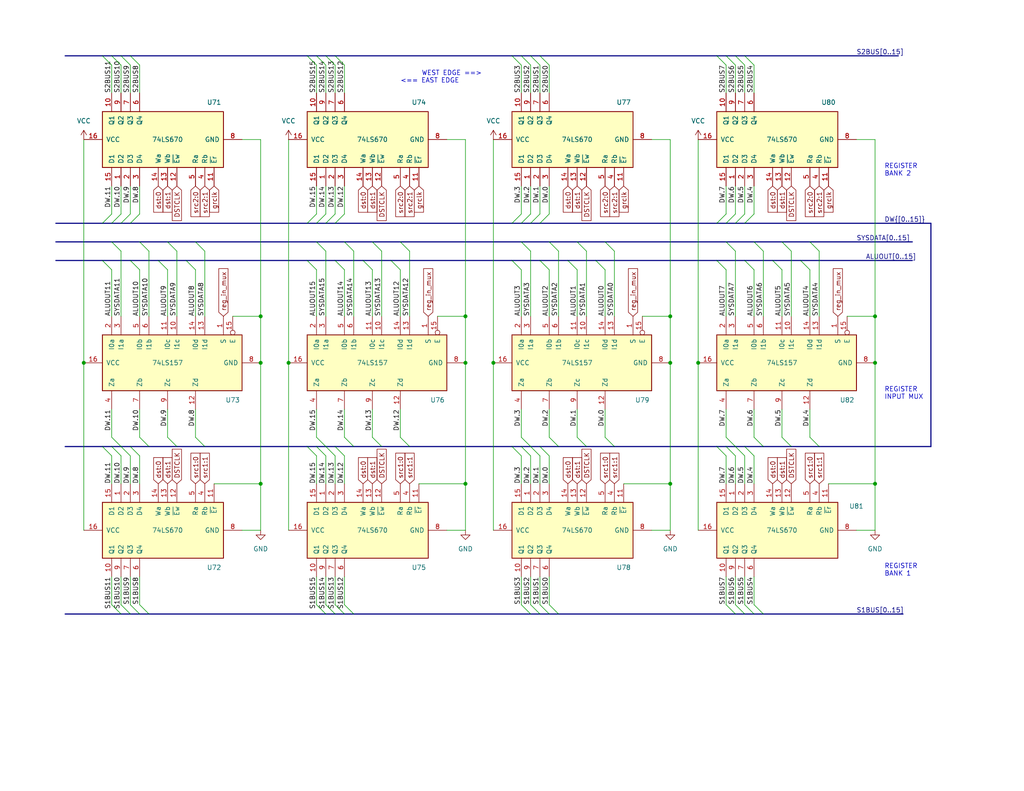
<source format=kicad_sch>
(kicad_sch (version 20211123) (generator eeschema)
  (paper "USLetter")
  (title_block (title "YARC General Registers") (comment 1 "All ICs are HC family regardless of P/N shown"))
  (lib_symbols
    (symbol "74xx:74LS157" (pin_names (offset 1.016))
      (property "Reference" "U" (at -7.62 19.05 0))
      (property "Value" "74LS157" (at -7.62 -21.59 0))
      (symbol "74LS157_1_0"
        (pin input line (at -12.7 -15.24 0) (length 5.08) (name "S") (number "1"))
        (pin input line (at -12.7 -2.54 0) (length 5.08) (name "I1c") (number "10"))
        (pin input line (at -12.7 0 0) (length 5.08) (name "I0c") (number "11"))
        (pin output line (at 12.7 -7.62 180) (length 5.08) (name "Zd") (number "12"))
        (pin input line (at -12.7 -10.16 0) (length 5.08) (name "I1d") (number "13"))
        (pin input line (at -12.7 -7.62 0) (length 5.08) (name "I0d") (number "14"))
        (pin input inverted (at -12.7 -17.78 0) (length 5.08) (name "E") (number "15"))
        (pin power_in line (at 0 22.86 270) (length 5.08) (name "VCC") (number "16"))
        (pin input line (at -12.7 15.24 0) (length 5.08) (name "I0a") (number "2"))
        (pin input line (at -12.7 12.7 0) (length 5.08) (name "I1a") (number "3"))
        (pin output line (at 12.7 15.24 180) (length 5.08) (name "Za") (number "4"))
        (pin input line (at -12.7 7.62 0) (length 5.08) (name "I0b") (number "5"))
        (pin input line (at -12.7 5.08 0) (length 5.08) (name "I1b") (number "6"))
        (pin output line (at 12.7 7.62 180) (length 5.08) (name "Zb") (number "7"))
        (pin power_in line (at 0 -25.4 90) (length 5.08) (name "GND") (number "8"))
        (pin output line (at 12.7 0 180) (length 5.08) (name "Zc") (number "9"))
      )
      (symbol "74LS157_1_1"
        (rectangle (start -7.62 17.78) (end 7.62 -20.32) (stroke (width 0.254)) (fill (type background)))
      )
    )
    (symbol "74xx:74LS670" (pin_names (offset 1.016))
      (property "Reference" "U" (at -7.62 16.51 0))
      (property "Value" "74LS670" (at -7.62 -19.05 0))
      (symbol "74LS670_1_0"
        (pin input line (at -12.7 10.16 0) (length 5.08) (name "D2") (number "1"))
        (pin tri_state line (at 12.7 12.7 180) (length 5.08) (name "Q1") (number "10"))
        (pin input line (at -12.7 -15.24 0) (length 5.08) (name "~{Er}") (number "11"))
        (pin input line (at -12.7 -5.08 0) (length 5.08) (name "~{Ew}") (number "12"))
        (pin input line (at -12.7 -2.54 0) (length 5.08) (name "Wb") (number "13"))
        (pin input line (at -12.7 0 0) (length 5.08) (name "Wa") (number "14"))
        (pin input line (at -12.7 12.7 0) (length 5.08) (name "D1") (number "15"))
        (pin power_in line (at 0 20.32 270) (length 5.08) (name "VCC") (number "16"))
        (pin input line (at -12.7 7.62 0) (length 5.08) (name "D3") (number "2"))
        (pin input line (at -12.7 5.08 0) (length 5.08) (name "D4") (number "3"))
        (pin input line (at -12.7 -12.7 0) (length 5.08) (name "Rb") (number "4"))
        (pin input line (at -12.7 -10.16 0) (length 5.08) (name "Ra") (number "5"))
        (pin tri_state line (at 12.7 5.08 180) (length 5.08) (name "Q4") (number "6"))
        (pin tri_state line (at 12.7 7.62 180) (length 5.08) (name "Q3") (number "7"))
        (pin power_in line (at 0 -22.86 90) (length 5.08) (name "GND") (number "8"))
        (pin tri_state line (at 12.7 10.16 180) (length 5.08) (name "Q2") (number "9"))
      )
      (symbol "74LS670_1_1"
        (rectangle (start -7.62 15.24) (end 7.62 -17.78) (stroke (width 0.254)) (fill (type background)))
      )
    )
    (symbol "power:GND" (power) (pin_names (offset 0))
      (property "Value" "GND" (at 0 -3.81 0))
      (symbol "GND_0_1"
        (polyline (pts (xy 0 0) (xy 0 -1.27) (xy 1.27 -1.27) (xy 0 -2.54) (xy -1.27 -1.27) (xy 0 -1.27)))
      )
      (symbol "GND_1_1"
        (pin power_in line (at 0 0 270) (length 0) hide (name "GND") (number "1"))
      )
    )
    (symbol "power:VCC" (power) (pin_names (offset 0))
      (property "Value" "VCC" (at 0 3.81 0))
      (symbol "VCC_0_1"
        (polyline (pts (xy -0.762 1.27) (xy 0 2.54)))
        (polyline (pts (xy 0 0) (xy 0 2.54)))
        (polyline (pts (xy 0 2.54) (xy 0.762 1.27)))
      )
      (symbol "VCC_1_1"
        (pin power_in line (at 0 0 90) (length 0) hide (name "VCC") (number "1"))
      )
    )
  )
  (junction (at 182.88 86.36))
  (junction (at 182.88 132.08))
  (junction (at 127 99.06))
  (junction (at 71.12 86.36))
  (junction (at 71.12 132.08))
  (junction (at 190.5 99.06))
  (junction (at 238.76 99.06))
  (junction (at 238.76 132.08))
  (junction (at 78.74 99.06))
  (junction (at 182.88 99.06))
  (junction (at 134.62 99.06))
  (junction (at 127 86.36))
  (junction (at 238.76 86.36))
  (junction (at 71.12 99.06))
  (junction (at 127 132.08))
  (junction (at 22.86 99.06))
  (bus_entry (at 83.82 121.92) (size 2.54 2.54))
  (bus_entry (at 109.22 66.04) (size 2.54 2.54))
  (bus_entry (at 139.7 121.92) (size 2.54 2.54))
  (bus_entry (at 30.48 66.04) (size 2.54 2.54))
  (bus_entry (at 142.24 15.24) (size 2.54 2.54))
  (bus_entry (at 48.26 121.92) (size -2.54 -2.54))
  (bus_entry (at 195.58 121.92) (size 2.54 2.54))
  (bus_entry (at 215.9 121.92) (size -2.54 -2.54))
  (bus_entry (at 99.06 71.12) (size 2.54 2.54))
  (bus_entry (at 38.1 66.04) (size 2.54 2.54))
  (bus_entry (at 147.32 71.12) (size 2.54 2.54))
  (bus_entry (at 93.98 167.64) (size -2.54 -2.54))
  (bus_entry (at 91.44 121.92) (size 2.54 2.54))
  (bus_entry (at 203.2 15.24) (size 2.54 2.54))
  (bus_entry (at 33.02 60.96) (size 2.54 -2.54))
  (bus_entry (at 200.66 60.96) (size 2.54 -2.54))
  (bus_entry (at 205.74 167.64) (size -2.54 -2.54))
  (bus_entry (at 86.36 66.04) (size 2.54 2.54))
  (bus_entry (at 139.7 71.12) (size 2.54 2.54))
  (bus_entry (at 200.66 15.24) (size 2.54 2.54))
  (bus_entry (at 30.48 15.24) (size 2.54 2.54))
  (bus_entry (at 91.44 60.96) (size 2.54 -2.54))
  (bus_entry (at 200.66 121.92) (size 2.54 2.54))
  (bus_entry (at 144.78 167.64) (size -2.54 -2.54))
  (bus_entry (at 101.6 66.04) (size 2.54 2.54))
  (bus_entry (at 35.56 60.96) (size 2.54 -2.54))
  (bus_entry (at 55.88 121.92) (size -2.54 -2.54))
  (bus_entry (at 147.32 167.64) (size -2.54 -2.54))
  (bus_entry (at 152.4 121.92) (size -2.54 -2.54))
  (bus_entry (at 223.52 121.92) (size -2.54 -2.54))
  (bus_entry (at 157.48 66.04) (size 2.54 2.54))
  (bus_entry (at 198.12 60.96) (size 2.54 -2.54))
  (bus_entry (at 53.34 66.04) (size 2.54 2.54))
  (bus_entry (at 213.36 66.04) (size 2.54 2.54))
  (bus_entry (at 96.52 167.64) (size -2.54 -2.54))
  (bus_entry (at 142.24 60.96) (size 2.54 -2.54))
  (bus_entry (at 142.24 121.92) (size 2.54 2.54))
  (bus_entry (at 30.48 121.92) (size 2.54 2.54))
  (bus_entry (at 200.66 167.64) (size -2.54 -2.54))
  (bus_entry (at 195.58 60.96) (size 2.54 -2.54))
  (bus_entry (at 208.28 167.64) (size -2.54 -2.54))
  (bus_entry (at 203.2 167.64) (size -2.54 -2.54))
  (bus_entry (at 198.12 121.92) (size 2.54 2.54))
  (bus_entry (at 88.9 121.92) (size -2.54 -2.54))
  (bus_entry (at 83.82 71.12) (size 2.54 2.54))
  (bus_entry (at 40.64 121.92) (size -2.54 -2.54))
  (bus_entry (at 91.44 71.12) (size 2.54 2.54))
  (bus_entry (at 152.4 167.64) (size -2.54 -2.54))
  (bus_entry (at 220.98 66.04) (size 2.54 2.54))
  (bus_entry (at 86.36 15.24) (size 2.54 2.54))
  (bus_entry (at 35.56 121.92) (size 2.54 2.54))
  (bus_entry (at 104.14 121.92) (size -2.54 -2.54))
  (bus_entry (at 195.58 15.24) (size 2.54 2.54))
  (bus_entry (at 86.36 60.96) (size 2.54 -2.54))
  (bus_entry (at 27.94 60.96) (size 2.54 -2.54))
  (bus_entry (at 43.18 71.12) (size 2.54 2.54))
  (bus_entry (at 218.44 71.12) (size 2.54 2.54))
  (bus_entry (at 165.1 66.04) (size 2.54 2.54))
  (bus_entry (at 111.76 121.92) (size -2.54 -2.54))
  (bus_entry (at 35.56 167.64) (size -2.54 -2.54))
  (bus_entry (at 33.02 121.92) (size 2.54 2.54))
  (bus_entry (at 147.32 15.24) (size 2.54 2.54))
  (bus_entry (at 50.8 71.12) (size 2.54 2.54))
  (bus_entry (at 208.28 121.92) (size -2.54 -2.54))
  (bus_entry (at 144.78 121.92) (size 2.54 2.54))
  (bus_entry (at 45.72 66.04) (size 2.54 2.54))
  (bus_entry (at 83.82 15.24) (size 2.54 2.54))
  (bus_entry (at 147.32 121.92) (size 2.54 2.54))
  (bus_entry (at 205.74 66.04) (size 2.54 2.54))
  (bus_entry (at 210.82 71.12) (size 2.54 2.54))
  (bus_entry (at 91.44 15.24) (size 2.54 2.54))
  (bus_entry (at 33.02 15.24) (size 2.54 2.54))
  (bus_entry (at 106.68 71.12) (size 2.54 2.54))
  (bus_entry (at 144.78 60.96) (size 2.54 -2.54))
  (bus_entry (at 203.2 60.96) (size 2.54 -2.54))
  (bus_entry (at 88.9 15.24) (size 2.54 2.54))
  (bus_entry (at 96.52 121.92) (size -2.54 -2.54))
  (bus_entry (at 147.32 60.96) (size 2.54 -2.54))
  (bus_entry (at 30.48 60.96) (size 2.54 -2.54))
  (bus_entry (at 91.44 167.64) (size -2.54 -2.54))
  (bus_entry (at 149.86 167.64) (size -2.54 -2.54))
  (bus_entry (at 162.56 71.12) (size 2.54 2.54))
  (bus_entry (at 83.82 60.96) (size 2.54 -2.54))
  (bus_entry (at 198.12 15.24) (size 2.54 2.54))
  (bus_entry (at 139.7 15.24) (size 2.54 2.54))
  (bus_entry (at 40.64 167.64) (size -2.54 -2.54))
  (bus_entry (at 167.64 121.92) (size -2.54 -2.54))
  (bus_entry (at 35.56 15.24) (size 2.54 2.54))
  (bus_entry (at 144.78 121.92) (size -2.54 -2.54))
  (bus_entry (at 88.9 121.92) (size 2.54 2.54))
  (bus_entry (at 160.02 121.92) (size -2.54 -2.54))
  (bus_entry (at 33.02 121.92) (size -2.54 -2.54))
  (bus_entry (at 203.2 71.12) (size 2.54 2.54))
  (bus_entry (at 195.58 71.12) (size 2.54 2.54))
  (bus_entry (at 27.94 15.24) (size 2.54 2.54))
  (bus_entry (at 88.9 60.96) (size 2.54 -2.54))
  (bus_entry (at 93.98 66.04) (size 2.54 2.54))
  (bus_entry (at 149.86 66.04) (size 2.54 2.54))
  (bus_entry (at 27.94 121.92) (size 2.54 2.54))
  (bus_entry (at 203.2 121.92) (size 2.54 2.54))
  (bus_entry (at 142.24 66.04) (size 2.54 2.54))
  (bus_entry (at 144.78 15.24) (size 2.54 2.54))
  (bus_entry (at 200.66 121.92) (size -2.54 -2.54))
  (bus_entry (at 27.94 71.12) (size 2.54 2.54))
  (bus_entry (at 139.7 60.96) (size 2.54 -2.54))
  (bus_entry (at 33.02 167.64) (size -2.54 -2.54))
  (bus_entry (at 86.36 121.92) (size 2.54 2.54))
  (bus_entry (at 38.1 167.64) (size -2.54 -2.54))
  (bus_entry (at 88.9 167.64) (size -2.54 -2.54))
  (bus_entry (at 198.12 66.04) (size 2.54 2.54))
  (bus_entry (at 35.56 71.12) (size 2.54 2.54))
  (bus_entry (at 154.94 71.12) (size 2.54 2.54))
  (wire (pts (xy 220.98 73.66) (xy 220.98 86.36)))
  (wire (pts (xy 190.5 38.1) (xy 190.5 99.06)))
  (bus (pts (xy 203.2 71.12) (xy 210.82 71.12)))
  (wire (pts (xy 142.24 17.78) (xy 142.24 25.4)))
  (wire (pts (xy 147.32 165.1) (xy 147.32 157.48)))
  (wire (pts (xy 147.32 124.46) (xy 147.32 132.08)))
  (bus (pts (xy 27.94 15.24) (xy 30.48 15.24)))
  (bus (pts (xy 142.24 66.04) (xy 149.86 66.04)))
  (wire (pts (xy 33.02 58.42) (xy 33.02 50.8)))
  (bus (pts (xy 30.48 121.92) (xy 33.02 121.92)))
  (wire (pts (xy 121.92 144.78) (xy 127 144.78)))
  (wire (pts (xy 203.2 165.1) (xy 203.2 157.48)))
  (wire (pts (xy 149.86 124.46) (xy 149.86 132.08)))
  (bus (pts (xy 88.9 60.96) (xy 91.44 60.96)))
  (wire (pts (xy 144.78 124.46) (xy 144.78 132.08)))
  (wire (pts (xy 86.36 17.78) (xy 86.36 25.4)))
  (wire (pts (xy 30.48 58.42) (xy 30.48 50.8)))
  (bus (pts (xy 88.9 15.24) (xy 91.44 15.24)))
  (bus (pts (xy 35.56 15.24) (xy 83.82 15.24)))
  (wire (pts (xy 35.56 17.78) (xy 35.56 25.4)))
  (bus (pts (xy 27.94 71.12) (xy 35.56 71.12)))
  (wire (pts (xy 233.68 144.78) (xy 238.76 144.78)))
  (bus (pts (xy 96.52 121.92) (xy 104.14 121.92)))
  (wire (pts (xy 175.26 86.36) (xy 182.88 86.36)))
  (wire (pts (xy 91.44 165.1) (xy 91.44 157.48)))
  (bus (pts (xy 167.64 121.92) (xy 195.58 121.92)))
  (bus (pts (xy 33.02 60.96) (xy 35.56 60.96)))
  (wire (pts (xy 205.74 119.38) (xy 205.74 111.76)))
  (bus (pts (xy 50.8 71.12) (xy 83.82 71.12)))
  (wire (pts (xy 142.24 58.42) (xy 142.24 50.8)))
  (wire (pts (xy 182.88 38.1) (xy 182.88 86.36)))
  (bus (pts (xy 142.24 60.96) (xy 144.78 60.96)))
  (bus (pts (xy 17.78 167.64) (xy 33.02 167.64)))
  (bus (pts (xy 55.88 121.92) (xy 83.82 121.92)))
  (wire (pts (xy 58.42 132.08) (xy 71.12 132.08)))
  (bus (pts (xy 91.44 71.12) (xy 99.06 71.12)))
  (bus (pts (xy 142.24 15.24) (xy 144.78 15.24)))
  (wire (pts (xy 91.44 124.46) (xy 91.44 132.08)))
  (wire (pts (xy 203.2 124.46) (xy 203.2 132.08)))
  (wire (pts (xy 182.88 144.78) (xy 182.88 132.08)))
  (wire (pts (xy 35.56 124.46) (xy 35.56 132.08)))
  (wire (pts (xy 205.74 17.78) (xy 205.74 25.4)))
  (bus (pts (xy 104.14 121.92) (xy 111.76 121.92)))
  (bus (pts (xy 210.82 71.12) (xy 218.44 71.12)))
  (wire (pts (xy 96.52 68.58) (xy 96.52 86.36)))
  (wire (pts (xy 109.22 73.66) (xy 109.22 86.36)))
  (wire (pts (xy 231.14 86.36) (xy 238.76 86.36)))
  (bus (pts (xy 195.58 15.24) (xy 198.12 15.24)))
  (bus (pts (xy 91.44 121.92) (xy 96.52 121.92)))
  (bus (pts (xy 93.98 167.64) (xy 96.52 167.64)))
  (wire (pts (xy 165.1 119.38) (xy 165.1 111.76)))
  (wire (pts (xy 127 38.1) (xy 121.92 38.1)))
  (wire (pts (xy 198.12 165.1) (xy 198.12 157.48)))
  (bus (pts (xy 147.32 60.96) (xy 195.58 60.96)))
  (bus (pts (xy 154.94 71.12) (xy 162.56 71.12)))
  (wire (pts (xy 177.8 144.78) (xy 182.88 144.78)))
  (wire (pts (xy 30.48 165.1) (xy 30.48 157.48)))
  (bus (pts (xy 200.66 60.96) (xy 203.2 60.96)))
  (wire (pts (xy 111.76 68.58) (xy 111.76 86.36)))
  (bus (pts (xy 223.52 121.92) (xy 254 121.92)))
  (wire (pts (xy 88.9 165.1) (xy 88.9 157.48)))
  (bus (pts (xy 83.82 60.96) (xy 86.36 60.96)))
  (wire (pts (xy 142.24 124.46) (xy 142.24 132.08)))
  (bus (pts (xy 33.02 15.24) (xy 35.56 15.24)))
  (wire (pts (xy 38.1 165.1) (xy 38.1 157.48)))
  (bus (pts (xy 15.24 60.96) (xy 27.94 60.96)))
  (bus (pts (xy 152.4 167.64) (xy 200.66 167.64)))
  (wire (pts (xy 71.12 132.08) (xy 71.12 99.06)))
  (wire (pts (xy 213.36 119.38) (xy 213.36 111.76)))
  (bus (pts (xy 30.48 60.96) (xy 33.02 60.96)))
  (wire (pts (xy 38.1 17.78) (xy 38.1 25.4)))
  (wire (pts (xy 53.34 119.38) (xy 53.34 111.76)))
  (wire (pts (xy 40.64 68.58) (xy 40.64 86.36)))
  (wire (pts (xy 114.3 132.08) (xy 127 132.08)))
  (wire (pts (xy 157.48 119.38) (xy 157.48 111.76)))
  (wire (pts (xy 149.86 17.78) (xy 149.86 25.4)))
  (wire (pts (xy 93.98 17.78) (xy 93.98 25.4)))
  (wire (pts (xy 165.1 73.66) (xy 165.1 86.36)))
  (bus (pts (xy 35.56 121.92) (xy 40.64 121.92)))
  (wire (pts (xy 238.76 86.36) (xy 238.76 99.06)))
  (bus (pts (xy 109.22 66.04) (xy 142.24 66.04)))
  (bus (pts (xy 147.32 15.24) (xy 195.58 15.24)))
  (wire (pts (xy 203.2 58.42) (xy 203.2 50.8)))
  (wire (pts (xy 200.66 165.1) (xy 200.66 157.48)))
  (bus (pts (xy 91.44 167.64) (xy 93.98 167.64)))
  (bus (pts (xy 200.66 167.64) (xy 203.2 167.64)))
  (bus (pts (xy 38.1 167.64) (xy 40.64 167.64)))
  (bus (pts (xy 200.66 15.24) (xy 203.2 15.24)))
  (bus (pts (xy 27.94 60.96) (xy 30.48 60.96)))
  (bus (pts (xy 96.52 167.64) (xy 144.78 167.64)))
  (wire (pts (xy 63.5 86.36) (xy 71.12 86.36)))
  (bus (pts (xy 203.2 15.24) (xy 245.11 15.24)))
  (wire (pts (xy 38.1 73.66) (xy 38.1 86.36)))
  (wire (pts (xy 238.76 132.08) (xy 238.76 99.06)))
  (wire (pts (xy 142.24 165.1) (xy 142.24 157.48)))
  (bus (pts (xy 144.78 15.24) (xy 147.32 15.24)))
  (wire (pts (xy 78.74 38.1) (xy 78.74 99.06)))
  (wire (pts (xy 213.36 73.66) (xy 213.36 86.36)))
  (wire (pts (xy 33.02 124.46) (xy 33.02 132.08)))
  (bus (pts (xy 200.66 121.92) (xy 203.2 121.92)))
  (bus (pts (xy 162.56 71.12) (xy 195.58 71.12)))
  (bus (pts (xy 88.9 167.64) (xy 91.44 167.64)))
  (bus (pts (xy 205.74 167.64) (xy 208.28 167.64)))
  (wire (pts (xy 144.78 17.78) (xy 144.78 25.4)))
  (bus (pts (xy 165.1 66.04) (xy 198.12 66.04)))
  (wire (pts (xy 198.12 73.66) (xy 198.12 86.36)))
  (bus (pts (xy 144.78 121.92) (xy 147.32 121.92)))
  (bus (pts (xy 139.7 121.92) (xy 142.24 121.92)))
  (wire (pts (xy 71.12 144.78) (xy 71.12 132.08)))
  (bus (pts (xy 208.28 167.64) (xy 246.38 167.64)))
  (wire (pts (xy 55.88 68.58) (xy 55.88 86.36)))
  (wire (pts (xy 101.6 73.66) (xy 101.6 86.36)))
  (wire (pts (xy 93.98 58.42) (xy 93.98 50.8)))
  (bus (pts (xy 53.34 66.04) (xy 86.36 66.04)))
  (wire (pts (xy 30.48 124.46) (xy 30.48 132.08)))
  (wire (pts (xy 198.12 124.46) (xy 198.12 132.08)))
  (bus (pts (xy 91.44 60.96) (xy 139.7 60.96)))
  (bus (pts (xy 83.82 121.92) (xy 86.36 121.92)))
  (wire (pts (xy 182.88 132.08) (xy 182.88 99.06)))
  (bus (pts (xy 144.78 167.64) (xy 147.32 167.64)))
  (bus (pts (xy 195.58 60.96) (xy 198.12 60.96)))
  (bus (pts (xy 86.36 66.04) (xy 93.98 66.04)))
  (wire (pts (xy 38.1 119.38) (xy 38.1 111.76)))
  (wire (pts (xy 88.9 58.42) (xy 88.9 50.8)))
  (wire (pts (xy 190.5 144.78) (xy 190.5 99.06)))
  (wire (pts (xy 45.72 73.66) (xy 45.72 86.36)))
  (bus (pts (xy 40.64 121.92) (xy 48.26 121.92)))
  (bus (pts (xy 147.32 167.64) (xy 149.86 167.64)))
  (bus (pts (xy 106.68 71.12) (xy 139.7 71.12)))
  (bus (pts (xy 149.86 167.64) (xy 152.4 167.64)))
  (bus (pts (xy 35.56 71.12) (xy 43.18 71.12)))
  (bus (pts (xy 203.2 121.92) (xy 208.28 121.92)))
  (wire (pts (xy 78.74 144.78) (xy 78.74 99.06)))
  (wire (pts (xy 119.38 86.36) (xy 127 86.36)))
  (wire (pts (xy 157.48 73.66) (xy 157.48 86.36)))
  (bus (pts (xy 198.12 121.92) (xy 200.66 121.92)))
  (bus (pts (xy 215.9 121.92) (xy 223.52 121.92)))
  (wire (pts (xy 66.04 144.78) (xy 71.12 144.78)))
  (wire (pts (xy 30.48 17.78) (xy 30.48 25.4)))
  (wire (pts (xy 238.76 144.78) (xy 238.76 132.08)))
  (bus (pts (xy 17.78 15.24) (xy 27.94 15.24)))
  (wire (pts (xy 33.02 68.58) (xy 33.02 86.36)))
  (bus (pts (xy 83.82 71.12) (xy 91.44 71.12)))
  (bus (pts (xy 99.06 71.12) (xy 106.68 71.12)))
  (bus (pts (xy 147.32 121.92) (xy 152.4 121.92)))
  (wire (pts (xy 198.12 119.38) (xy 198.12 111.76)))
  (wire (pts (xy 144.78 58.42) (xy 144.78 50.8)))
  (wire (pts (xy 91.44 17.78) (xy 91.44 25.4)))
  (bus (pts (xy 147.32 71.12) (xy 154.94 71.12)))
  (bus (pts (xy 88.9 121.92) (xy 91.44 121.92)))
  (wire (pts (xy 127 144.78) (xy 127 132.08)))
  (bus (pts (xy 157.48 66.04) (xy 165.1 66.04)))
  (bus (pts (xy 218.44 71.12) (xy 248.92 71.12)))
  (wire (pts (xy 86.36 124.46) (xy 86.36 132.08)))
  (bus (pts (xy 198.12 15.24) (xy 200.66 15.24)))
  (wire (pts (xy 200.66 58.42) (xy 200.66 50.8)))
  (wire (pts (xy 149.86 73.66) (xy 149.86 86.36)))
  (wire (pts (xy 33.02 165.1) (xy 33.02 157.48)))
  (wire (pts (xy 30.48 73.66) (xy 30.48 86.36)))
  (wire (pts (xy 147.32 17.78) (xy 147.32 25.4)))
  (wire (pts (xy 101.6 119.38) (xy 101.6 111.76)))
  (wire (pts (xy 134.62 144.78) (xy 134.62 99.06)))
  (wire (pts (xy 200.66 124.46) (xy 200.66 132.08)))
  (bus (pts (xy 149.86 66.04) (xy 157.48 66.04)))
  (wire (pts (xy 66.04 38.1) (xy 71.12 38.1)))
  (bus (pts (xy 208.28 121.92) (xy 215.9 121.92)))
  (bus (pts (xy 48.26 121.92) (xy 55.88 121.92)))
  (wire (pts (xy 144.78 165.1) (xy 144.78 157.48)))
  (wire (pts (xy 127 132.08) (xy 127 99.06)))
  (bus (pts (xy 86.36 121.92) (xy 88.9 121.92)))
  (bus (pts (xy 139.7 71.12) (xy 147.32 71.12)))
  (wire (pts (xy 71.12 86.36) (xy 71.12 99.06)))
  (wire (pts (xy 149.86 58.42) (xy 149.86 50.8)))
  (bus (pts (xy 205.74 66.04) (xy 213.36 66.04)))
  (bus (pts (xy 45.72 66.04) (xy 53.34 66.04)))
  (wire (pts (xy 149.86 165.1) (xy 149.86 157.48)))
  (bus (pts (xy 33.02 121.92) (xy 35.56 121.92)))
  (bus (pts (xy 203.2 167.64) (xy 205.74 167.64)))
  (bus (pts (xy 144.78 60.96) (xy 147.32 60.96)))
  (bus (pts (xy 198.12 66.04) (xy 205.74 66.04)))
  (wire (pts (xy 109.22 119.38) (xy 109.22 111.76)))
  (bus (pts (xy 160.02 121.92) (xy 167.64 121.92)))
  (wire (pts (xy 205.74 124.46) (xy 205.74 132.08)))
  (bus (pts (xy 198.12 60.96) (xy 200.66 60.96)))
  (bus (pts (xy 83.82 15.24) (xy 86.36 15.24)))
  (wire (pts (xy 104.14 68.58) (xy 104.14 86.36)))
  (wire (pts (xy 22.86 38.1) (xy 22.86 99.06)))
  (wire (pts (xy 142.24 119.38) (xy 142.24 111.76)))
  (wire (pts (xy 205.74 165.1) (xy 205.74 157.48)))
  (bus (pts (xy 139.7 15.24) (xy 142.24 15.24)))
  (wire (pts (xy 208.28 68.58) (xy 208.28 86.36)))
  (wire (pts (xy 30.48 119.38) (xy 30.48 111.76)))
  (wire (pts (xy 205.74 73.66) (xy 205.74 86.36)))
  (wire (pts (xy 88.9 124.46) (xy 88.9 132.08)))
  (bus (pts (xy 15.24 71.12) (xy 27.94 71.12)))
  (wire (pts (xy 142.24 73.66) (xy 142.24 86.36)))
  (bus (pts (xy 111.76 121.92) (xy 139.7 121.92)))
  (bus (pts (xy 142.24 121.92) (xy 144.78 121.92)))
  (bus (pts (xy 27.94 121.92) (xy 30.48 121.92)))
  (bus (pts (xy 33.02 167.64) (xy 35.56 167.64)))
  (wire (pts (xy 127 86.36) (xy 127 38.1)))
  (bus (pts (xy 195.58 121.92) (xy 198.12 121.92)))
  (wire (pts (xy 53.34 73.66) (xy 53.34 86.36)))
  (bus (pts (xy 86.36 60.96) (xy 88.9 60.96)))
  (wire (pts (xy 86.36 119.38) (xy 86.36 111.76)))
  (bus (pts (xy 40.64 167.64) (xy 88.9 167.64)))
  (wire (pts (xy 223.52 68.58) (xy 223.52 86.36)))
  (bus (pts (xy 101.6 66.04) (xy 109.22 66.04)))
  (wire (pts (xy 38.1 124.46) (xy 38.1 132.08)))
  (wire (pts (xy 198.12 58.42) (xy 198.12 50.8)))
  (bus (pts (xy 15.24 66.04) (xy 30.48 66.04)))
  (bus (pts (xy 93.98 66.04) (xy 101.6 66.04)))
  (bus (pts (xy 213.36 66.04) (xy 220.98 66.04)))
  (wire (pts (xy 220.98 119.38) (xy 220.98 111.76)))
  (wire (pts (xy 233.68 38.1) (xy 238.76 38.1)))
  (wire (pts (xy 45.72 119.38) (xy 45.72 111.76)))
  (bus (pts (xy 43.18 71.12) (xy 50.8 71.12)))
  (bus (pts (xy 254 60.96) (xy 254 121.92)))
  (wire (pts (xy 91.44 58.42) (xy 91.44 50.8)))
  (bus (pts (xy 17.78 121.92) (xy 27.94 121.92)))
  (wire (pts (xy 203.2 17.78) (xy 203.2 25.4)))
  (bus (pts (xy 195.58 71.12) (xy 203.2 71.12)))
  (wire (pts (xy 182.88 86.36) (xy 182.88 99.06)))
  (wire (pts (xy 167.64 68.58) (xy 167.64 86.36)))
  (wire (pts (xy 35.56 58.42) (xy 35.56 50.8)))
  (wire (pts (xy 38.1 58.42) (xy 38.1 50.8)))
  (bus (pts (xy 30.48 66.04) (xy 38.1 66.04)))
  (wire (pts (xy 200.66 17.78) (xy 200.66 25.4)))
  (wire (pts (xy 160.02 68.58) (xy 160.02 86.36)))
  (wire (pts (xy 127 99.06) (xy 127 86.36)))
  (wire (pts (xy 147.32 58.42) (xy 147.32 50.8)))
  (wire (pts (xy 198.12 17.78) (xy 198.12 25.4)))
  (wire (pts (xy 93.98 165.1) (xy 93.98 157.48)))
  (wire (pts (xy 93.98 73.66) (xy 93.98 86.36)))
  (wire (pts (xy 205.74 58.42) (xy 205.74 50.8)))
  (wire (pts (xy 35.56 165.1) (xy 35.56 157.48)))
  (wire (pts (xy 33.02 17.78) (xy 33.02 25.4)))
  (wire (pts (xy 48.26 68.58) (xy 48.26 86.36)))
  (bus (pts (xy 91.44 15.24) (xy 139.7 15.24)))
  (wire (pts (xy 144.78 68.58) (xy 144.78 86.36)))
  (wire (pts (xy 71.12 38.1) (xy 71.12 86.36)))
  (wire (pts (xy 177.8 38.1) (xy 182.88 38.1)))
  (wire (pts (xy 238.76 38.1) (xy 238.76 86.36)))
  (bus (pts (xy 38.1 66.04) (xy 45.72 66.04)))
  (bus (pts (xy 35.56 167.64) (xy 38.1 167.64)))
  (wire (pts (xy 200.66 68.58) (xy 200.66 86.36)))
  (bus (pts (xy 220.98 66.04) (xy 248.92 66.04)))
  (wire (pts (xy 93.98 119.38) (xy 93.98 111.76)))
  (wire (pts (xy 86.36 165.1) (xy 86.36 157.48)))
  (bus (pts (xy 152.4 121.92) (xy 160.02 121.92)))
  (bus (pts (xy 86.36 15.24) (xy 88.9 15.24)))
  (bus (pts (xy 30.48 15.24) (xy 33.02 15.24)))
  (wire (pts (xy 86.36 58.42) (xy 86.36 50.8)))
  (wire (pts (xy 88.9 68.58) (xy 88.9 86.36)))
  (wire (pts (xy 149.86 119.38) (xy 149.86 111.76)))
  (wire (pts (xy 215.9 68.58) (xy 215.9 86.36)))
  (wire (pts (xy 86.36 73.66) (xy 86.36 86.36)))
  (wire (pts (xy 134.62 38.1) (xy 134.62 99.06)))
  (wire (pts (xy 226.06 132.08) (xy 238.76 132.08)))
  (wire (pts (xy 88.9 17.78) (xy 88.9 25.4)))
  (wire (pts (xy 170.18 132.08) (xy 182.88 132.08)))
  (bus (pts (xy 35.56 60.96) (xy 83.82 60.96)))
  (wire (pts (xy 22.86 144.78) (xy 22.86 99.06)))
  (wire (pts (xy 152.4 68.58) (xy 152.4 86.36)))
  (wire (pts (xy 93.98 124.46) (xy 93.98 132.08)))
  (bus (pts (xy 139.7 60.96) (xy 142.24 60.96)))
  (bus (pts (xy 203.2 60.96) (xy 254 60.96)))
  (text "REGISTER\nBANK 2" (at 241.3 48.26 0) (effects (font (size 1.27 1.27)) (justify left bottom)))
  (text "REGISTER\nBANK 1" (at 241.3 157.48 0) (effects (font (size 1.27 1.27)) (justify left bottom)))
  (text "REGISTER\nINPUT MUX" (at 241.3 109.22 0) (effects (font (size 1.27 1.27)) (justify left bottom)))
  (text "      WEST EDGE ==>\n<== EAST EDGE" (at 109.22 22.86 0) (effects (font (size 1.27 1.27)) (justify left bottom)))
  (label "DW.14" (at 88.9 50.8 270))
  (label "DW.9" (at 45.72 111.76 270))
  (label "DW.13" (at 91.44 50.8 270))
  (label "ALUOUT15" (at 86.36 86.36 90))
  (label "DW.8" (at 38.1 50.8 270))
  (label "ALUOUT1" (at 157.48 86.36 90))
  (label "DW.15" (at 86.36 111.76 270))
  (label "S2BUS6" (at 200.66 25.4 90))
  (label "DW.3" (at 142.24 50.8 270))
  (label "S2BUS8" (at 38.1 25.4 90))
  (label "S1BUS2" (at 144.78 157.48 270))
  (label "SYSDATA6" (at 208.28 86.36 90))
  (label "SYSDATA2" (at 152.4 86.36 90))
  (label "DW.0" (at 149.86 50.8 270))
  (label "S2BUS9" (at 35.56 25.4 90))
  (label "S1BUS6" (at 200.66 157.48 270))
  (label "DW.6" (at 205.74 111.76 270))
  (label "S2BUS14" (at 88.9 25.4 90))
  (label "S2BUS10" (at 33.02 25.4 90))
  (label "S2BUS11" (at 30.48 25.4 90))
  (label "S1BUS15" (at 86.36 157.48 270))
  (label "SYSDATA14" (at 96.52 86.36 90))
  (label "DW.12" (at 93.98 50.8 270))
  (label "ALUOUT7" (at 198.12 86.36 90))
  (label "DW.7" (at 198.12 132.08 90))
  (label "S2BUS15" (at 86.36 25.4 90))
  (label "S2BUS[0..15]" (at 233.68 15.24 0))
  (label "ALUOUT0" (at 165.1 86.36 90))
  (label "DW.0" (at 149.86 132.08 90))
  (label "DW.10" (at 33.02 132.08 90))
  (label "S1BUS8" (at 38.1 157.48 270))
  (label "DW.10" (at 33.02 50.8 270))
  (label "S1BUS7" (at 198.12 157.48 270))
  (label "DW.11" (at 30.48 111.76 270))
  (label "S2BUS3" (at 142.24 25.4 90))
  (label "S1BUS12" (at 93.98 157.48 270))
  (label "DW.5" (at 203.2 132.08 90))
  (label "DW.5" (at 213.36 111.76 270))
  (label "DW.13" (at 91.44 132.08 90))
  (label "DW.14" (at 93.98 111.76 270))
  (label "ALUOUT10" (at 38.1 86.36 90))
  (label "DW.8" (at 38.1 132.08 90))
  (label "DW.1" (at 157.48 111.76 270))
  (label "S1BUS14" (at 88.9 157.48 270))
  (label "SYSDATA5" (at 215.9 86.36 90))
  (label "DW.2" (at 149.86 111.76 270))
  (label "DW.13" (at 101.6 111.76 270))
  (label "S2BUS0" (at 149.86 25.4 90))
  (label "S1BUS10" (at 33.02 157.48 270))
  (label "S1BUS0" (at 149.86 157.48 270))
  (label "ALUOUT8" (at 53.34 86.36 90))
  (label "DW.4" (at 205.74 132.08 90))
  (label "DW.10" (at 38.1 111.76 270))
  (label "SYSDATA[0..15]" (at 233.68 66.04 0))
  (label "DW.2" (at 144.78 50.8 270))
  (label "S2BUS4" (at 205.74 25.4 90))
  (label "DW.15" (at 86.36 50.8 270))
  (label "S1BUS13" (at 91.44 157.48 270))
  (label "ALUOUT2" (at 149.86 86.36 90))
  (label "DW.6" (at 200.66 50.8 270))
  (label "DW.6" (at 200.66 132.08 90))
  (label "S1BUS5" (at 203.2 157.48 270))
  (label "ALUOUT6" (at 205.74 86.36 90))
  (label "SYSDATA15" (at 88.9 86.36 90))
  (label "DW.14" (at 88.9 132.08 90))
  (label "DW.1" (at 147.32 132.08 90))
  (label "DW.12" (at 109.22 111.76 270))
  (label "S1BUS1" (at 147.32 157.48 270))
  (label "DW.3" (at 142.24 111.76 270))
  (label "DW.11" (at 30.48 132.08 90))
  (label "DW{[0..15]}" (at 241.3 60.96 0))
  (label "DW.5" (at 203.2 50.8 270))
  (label "SYSDATA7" (at 200.66 86.36 90))
  (label "S1BUS[0..15]" (at 233.68 167.64 0))
  (label "DW.8" (at 53.34 111.76 270))
  (label "ALUOUT[0..15]" (at 236.22 71.12 0))
  (label "ALUOUT5" (at 213.36 86.36 90))
  (label "DW.4" (at 205.74 50.8 270))
  (label "SYSDATA0" (at 167.64 86.36 90))
  (label "S1BUS11" (at 30.48 157.48 270))
  (label "S2BUS7" (at 198.12 25.4 90))
  (label "S2BUS13" (at 91.44 25.4 90))
  (label "DW.4" (at 220.98 111.76 270))
  (label "ALUOUT9" (at 45.72 86.36 90))
  (label "ALUOUT3" (at 142.24 86.36 90))
  (label "DW.0" (at 165.1 111.76 270))
  (label "SYSDATA3" (at 144.78 86.36 90))
  (label "ALUOUT14" (at 93.98 86.36 90))
  (label "DW.11" (at 30.48 50.8 270))
  (label "DW.7" (at 198.12 111.76 270))
  (label "DW.1" (at 147.32 50.8 270))
  (label "ALUOUT12" (at 109.22 86.36 90))
  (label "SYSDATA12" (at 111.76 86.36 90))
  (label "ALUOUT11" (at 30.48 86.36 90))
  (label "SYSDATA11" (at 33.02 86.36 90))
  (label "S1BUS4" (at 205.74 157.48 270))
  (label "DW.2" (at 144.78 132.08 90))
  (label "S2BUS2" (at 144.78 25.4 90))
  (label "SYSDATA8" (at 55.88 86.36 90))
  (label "S1BUS9" (at 35.56 157.48 270))
  (label "S1BUS3" (at 142.24 157.48 270))
  (label "DW.3" (at 142.24 132.08 90))
  (label "S2BUS5" (at 203.2 25.4 90))
  (label "ALUOUT4" (at 220.98 86.36 90))
  (label "DW.7" (at 198.12 50.8 270))
  (label "SYSDATA1" (at 160.02 86.36 90))
  (label "S2BUS1" (at 147.32 25.4 90))
  (label "SYSDATA13" (at 104.14 86.36 90))
  (label "SYSDATA4" (at 223.52 86.36 90))
  (label "SYSDATA9" (at 48.26 86.36 90))
  (label "S2BUS12" (at 93.98 25.4 90))
  (label "SYSDATA10" (at 40.64 86.36 90))
  (label "DW.12" (at 93.98 132.08 90))
  (label "DW.9" (at 35.56 50.8 270))
  (label "DW.9" (at 35.56 132.08 90))
  (label "DW.15" (at 86.36 132.08 90))
  (label "ALUOUT13" (at 101.6 86.36 90))
  (global_label "dst:0" (shape input) (at 210.82 132.08 90) (property "Intersheet References" "${INTERSHEET_REFS}" (effects hide)))
  (global_label "src1:1" (shape input) (at 111.76 132.08 90) (property "Intersheet References" "${INTERSHEET_REFS}" (effects hide)))
  (global_label "reg_in_mux" (shape input) (at 60.96 86.36 90) (property "Intersheet References" "${INTERSHEET_REFS}" (effects hide)))
  (global_label "DSTCLK" (shape input) (at 104.14 132.08 90) (property "Intersheet References" "${INTERSHEET_REFS}" (effects hide)))
  (global_label "dst:0" (shape input) (at 154.94 132.08 90) (property "Intersheet References" "${INTERSHEET_REFS}" (effects hide)))
  (global_label "dst:0" (shape input) (at 43.18 50.8 270) (property "Intersheet References" "${INTERSHEET_REFS}" (effects hide)))
  (global_label "grclk" (shape input) (at 170.18 50.8 270) (property "Intersheet References" "${INTERSHEET_REFS}" (effects hide)))
  (global_label "src2:0" (shape input) (at 109.22 50.8 270) (property "Intersheet References" "${INTERSHEET_REFS}" (effects hide)))
  (global_label "reg_in_mux" (shape input) (at 172.72 86.36 90) (property "Intersheet References" "${INTERSHEET_REFS}" (effects hide)))
  (global_label "src2:1" (shape input) (at 167.64 50.8 270) (property "Intersheet References" "${INTERSHEET_REFS}" (effects hide)))
  (global_label "src1:1" (shape input) (at 167.64 132.08 90) (property "Intersheet References" "${INTERSHEET_REFS}" (effects hide)))
  (global_label "dst:1" (shape input) (at 101.6 132.08 90) (property "Intersheet References" "${INTERSHEET_REFS}" (effects hide)))
  (global_label "DSTCLK" (shape input) (at 160.02 50.8 270) (property "Intersheet References" "${INTERSHEET_REFS}" (effects hide)))
  (global_label "src2:0" (shape input) (at 220.98 50.8 270) (property "Intersheet References" "${INTERSHEET_REFS}" (effects hide)))
  (global_label "dst:1" (shape input) (at 213.36 132.08 90) (property "Intersheet References" "${INTERSHEET_REFS}" (effects hide)))
  (global_label "dst:1" (shape input) (at 157.48 132.08 90) (property "Intersheet References" "${INTERSHEET_REFS}" (effects hide)))
  (global_label "DSTCLK" (shape input) (at 48.26 132.08 90) (property "Intersheet References" "${INTERSHEET_REFS}" (effects hide)))
  (global_label "DSTCLK" (shape input) (at 104.14 50.8 270) (property "Intersheet References" "${INTERSHEET_REFS}" (effects hide)))
  (global_label "src2:1" (shape input) (at 223.52 50.8 270) (property "Intersheet References" "${INTERSHEET_REFS}" (effects hide)))
  (global_label "src1:0" (shape input) (at 53.34 132.08 90) (property "Intersheet References" "${INTERSHEET_REFS}" (effects hide)))
  (global_label "grclk" (shape input) (at 114.3 50.8 270) (property "Intersheet References" "${INTERSHEET_REFS}" (effects hide)))
  (global_label "src1:0" (shape input) (at 220.98 132.08 90) (property "Intersheet References" "${INTERSHEET_REFS}" (effects hide)))
  (global_label "dst:1" (shape input) (at 45.72 50.8 270) (property "Intersheet References" "${INTERSHEET_REFS}" (effects hide)))
  (global_label "src2:1" (shape input) (at 55.88 50.8 270) (property "Intersheet References" "${INTERSHEET_REFS}" (effects hide)))
  (global_label "grclk" (shape input) (at 226.06 50.8 270) (property "Intersheet References" "${INTERSHEET_REFS}" (effects hide)))
  (global_label "dst:0" (shape input) (at 99.06 132.08 90) (property "Intersheet References" "${INTERSHEET_REFS}" (effects hide)))
  (global_label "dst:1" (shape input) (at 213.36 50.8 270) (property "Intersheet References" "${INTERSHEET_REFS}" (effects hide)))
  (global_label "src1:0" (shape input) (at 165.1 132.08 90) (property "Intersheet References" "${INTERSHEET_REFS}" (effects hide)))
  (global_label "DSTCLK" (shape input) (at 160.02 132.08 90) (property "Intersheet References" "${INTERSHEET_REFS}" (effects hide)))
  (global_label "src2:0" (shape input) (at 53.34 50.8 270) (property "Intersheet References" "${INTERSHEET_REFS}" (effects hide)))
  (global_label "src1:0" (shape input) (at 109.22 132.08 90) (property "Intersheet References" "${INTERSHEET_REFS}" (effects hide)))
  (global_label "src2:1" (shape input) (at 111.76 50.8 270) (property "Intersheet References" "${INTERSHEET_REFS}" (effects hide)))
  (global_label "src1:1" (shape input) (at 223.52 132.08 90) (property "Intersheet References" "${INTERSHEET_REFS}" (effects hide)))
  (global_label "reg_in_mux" (shape input) (at 116.84 86.36 90) (property "Intersheet References" "${INTERSHEET_REFS}" (effects hide)))
  (global_label "dst:1" (shape input) (at 157.48 50.8 270) (property "Intersheet References" "${INTERSHEET_REFS}" (effects hide)))
  (global_label "DSTCLK" (shape input) (at 215.9 50.8 270) (property "Intersheet References" "${INTERSHEET_REFS}" (effects hide)))
  (global_label "dst:0" (shape input) (at 154.94 50.8 270) (property "Intersheet References" "${INTERSHEET_REFS}" (effects hide)))
  (global_label "dst:1" (shape input) (at 101.6 50.8 270) (property "Intersheet References" "${INTERSHEET_REFS}" (effects hide)))
  (global_label "src1:1" (shape input) (at 55.88 132.08 90) (property "Intersheet References" "${INTERSHEET_REFS}" (effects hide)))
  (global_label "dst:0" (shape input) (at 210.82 50.8 270) (property "Intersheet References" "${INTERSHEET_REFS}" (effects hide)))
  (global_label "reg_in_mux" (shape input) (at 228.6 86.36 90) (property "Intersheet References" "${INTERSHEET_REFS}" (effects hide)))
  (global_label "DSTCLK" (shape input) (at 48.26 50.8 270) (property "Intersheet References" "${INTERSHEET_REFS}" (effects hide)))
  (global_label "dst:0" (shape input) (at 99.06 50.8 270) (property "Intersheet References" "${INTERSHEET_REFS}" (effects hide)))
  (global_label "DSTCLK" (shape input) (at 215.9 132.08 90) (property "Intersheet References" "${INTERSHEET_REFS}" (effects hide)))
  (global_label "dst:1" (shape input) (at 45.72 132.08 90) (property "Intersheet References" "${INTERSHEET_REFS}" (effects hide)))
  (global_label "dst:0" (shape input) (at 43.18 132.08 90) (property "Intersheet References" "${INTERSHEET_REFS}" (effects hide)))
  (global_label "grclk" (shape input) (at 58.42 50.8 270) (property "Intersheet References" "${INTERSHEET_REFS}" (effects hide)))
  (global_label "src2:0" (shape input) (at 165.1 50.8 270) (property "Intersheet References" "${INTERSHEET_REFS}" (effects hide)))
  (symbol (lib_id "74xx:74LS670") (at 154.94 144.78 90) (mirror x) (unit 1)
    (property "Reference" "U78" (at 170.18 154.94 90))
    (property "Value" "74LS670" (at 157.48 144.78 90))
    (property "Datasheet" "http://www.ti.com/lit/gpn/sn74LS670" (effects hide))
  )
  (symbol (lib_id "74xx:74LS670") (at 210.82 144.78 90) (mirror x) (unit 1)
    (property "Reference" "U81" (at 233.68 138.2012 90))
    (property "Value" "74LS670" (at 213.36 144.78 90))
    (property "Datasheet" "http://www.ti.com/lit/gpn/sn74LS670" (effects hide))
  )
  (symbol (lib_id "74xx:74LS670") (at 99.06 38.1 90) (unit 1)
    (property "Reference" "U74" (at 114.3 27.94 90))
    (property "Value" "74LS670" (at 101.6 38.1 90))
    (property "Datasheet" "http://www.ti.com/lit/gpn/sn74LS670" (effects hide))
  )
  (symbol (lib_id "74xx:74LS157") (at 157.48 99.06 90) (mirror x) (unit 1)
    (property "Reference" "U79" (at 175.26 109.22 90))
    (property "Value" "74LS157" (at 157.48 99.06 90))
    (property "Datasheet" "http://www.ti.com/lit/gpn/sn74LS157" (effects hide))
  )
  (symbol (lib_id "power:VCC") (at 22.86 38.1 0) (unit 1)
    (property "Reference" "#PWR0138" (effects hide))
    (property "Value" "VCC" (at 22.86 33.02 0))
  )
  (symbol (lib_id "74xx:74LS157") (at 45.72 99.06 90) (mirror x) (unit 1)
    (property "Reference" "U73" (at 63.5 109.22 90))
    (property "Value" "74LS157" (at 45.72 99.06 90))
    (property "Datasheet" "http://www.ti.com/lit/gpn/sn74LS157" (effects hide))
  )
  (symbol (lib_id "power:GND") (at 182.88 144.78 0) (unit 1)
    (property "Reference" "#PWR0143" (effects hide))
    (property "Value" "GND" (at 182.88 149.86 0))
  )
  (symbol (lib_id "74xx:74LS670") (at 210.82 38.1 90) (unit 1)
    (property "Reference" "U80" (at 226.06 27.94 90))
    (property "Value" "74LS670" (at 213.36 38.1 90))
    (property "Datasheet" "http://www.ti.com/lit/gpn/sn74LS670" (effects hide))
  )
  (symbol (lib_id "power:VCC") (at 78.74 38.1 0) (unit 1)
    (property "Reference" "#PWR0140" (effects hide))
    (property "Value" "VCC" (at 78.74 33.02 0))
  )
  (symbol (lib_id "74xx:74LS670") (at 43.18 144.78 90) (mirror x) (unit 1)
    (property "Reference" "U72" (at 58.42 154.94 90))
    (property "Value" "74LS670" (at 45.72 144.78 90))
    (property "Datasheet" "http://www.ti.com/lit/gpn/sn74LS670" (effects hide))
  )
  (symbol (lib_id "power:VCC") (at 134.62 38.1 0) (unit 1)
    (property "Reference" "#PWR0142" (effects hide))
    (property "Value" "VCC" (at 134.62 33.02 0))
  )
  (symbol (lib_id "74xx:74LS670") (at 99.06 144.78 90) (mirror x) (unit 1)
    (property "Reference" "U75" (at 114.3 154.94 90))
    (property "Value" "74LS670" (at 101.6 144.78 90))
    (property "Datasheet" "http://www.ti.com/lit/gpn/sn74LS670" (effects hide))
  )
  (symbol (lib_id "74xx:74LS157") (at 101.6 99.06 90) (mirror x) (unit 1)
    (property "Reference" "U76" (at 119.38 109.22 90))
    (property "Value" "74LS157" (at 101.6 99.06 90))
    (property "Datasheet" "http://www.ti.com/lit/gpn/sn74LS157" (effects hide))
  )
  (symbol (lib_id "74xx:74LS670") (at 154.94 38.1 90) (unit 1)
    (property "Reference" "U77" (at 170.18 27.94 90))
    (property "Value" "74LS670" (at 157.48 38.1 90))
    (property "Datasheet" "http://www.ti.com/lit/gpn/sn74LS670" (effects hide))
  )
  (symbol (lib_id "power:GND") (at 71.12 144.78 0) (unit 1)
    (property "Reference" "#PWR0139" (effects hide))
    (property "Value" "GND" (at 71.12 149.86 0))
  )
  (symbol (lib_id "74xx:74LS670") (at 43.18 38.1 90) (unit 1)
    (property "Reference" "U71" (at 58.42 27.94 90))
    (property "Value" "74LS670" (at 45.72 38.1 90))
    (property "Datasheet" "http://www.ti.com/lit/gpn/sn74LS670" (effects hide))
  )
  (symbol (lib_id "power:GND") (at 127 144.78 0) (unit 1)
    (property "Reference" "#PWR0141" (effects hide))
    (property "Value" "GND" (at 127 149.86 0))
  )
  (symbol (lib_id "power:GND") (at 238.76 144.78 0) (unit 1)
    (property "Reference" "#PWR0145" (effects hide))
    (property "Value" "GND" (at 238.76 149.86 0))
  )
  (symbol (lib_id "74xx:74LS157") (at 213.36 99.06 90) (mirror x) (unit 1)
    (property "Reference" "U82" (at 231.14 109.22 90))
    (property "Value" "74LS157" (at 213.36 99.06 90))
    (property "Datasheet" "http://www.ti.com/lit/gpn/sn74LS157" (effects hide))
  )
  (symbol (lib_id "power:VCC") (at 190.5 38.1 0) (unit 1)
    (property "Reference" "#PWR0144" (effects hide))
    (property "Value" "VCC" (at 190.5 33.02 0))
  )
)
</source>
